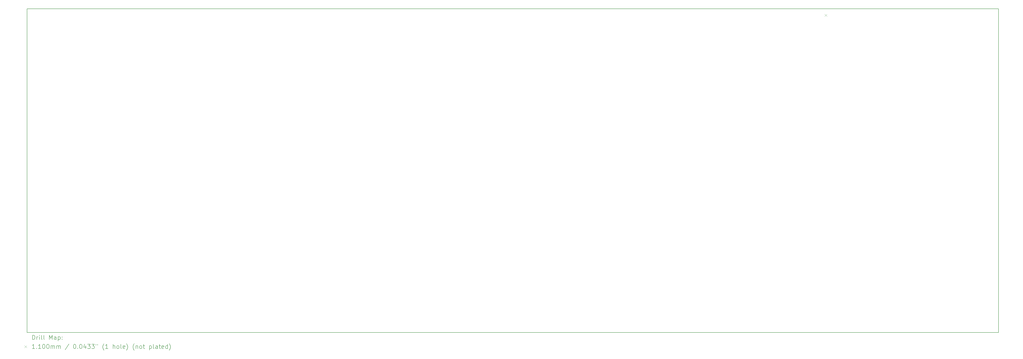
<source format=gbr>
%TF.GenerationSoftware,KiCad,Pcbnew,8.0.8-8.0.8-0~ubuntu22.04.1*%
%TF.CreationDate,2025-02-20T20:21:27-08:00*%
%TF.ProjectId,InverterBoostConverter,496e7665-7274-4657-9242-6f6f7374436f,rev?*%
%TF.SameCoordinates,Original*%
%TF.FileFunction,Drillmap*%
%TF.FilePolarity,Positive*%
%FSLAX45Y45*%
G04 Gerber Fmt 4.5, Leading zero omitted, Abs format (unit mm)*
G04 Created by KiCad (PCBNEW 8.0.8-8.0.8-0~ubuntu22.04.1) date 2025-02-20 20:21:27*
%MOMM*%
%LPD*%
G01*
G04 APERTURE LIST*
%ADD10C,0.200000*%
%ADD11C,0.110000*%
G04 APERTURE END LIST*
D10*
X0Y0D02*
X45000000Y0D01*
X45000000Y-15000000D01*
X0Y-15000000D01*
X0Y0D01*
D11*
X36949000Y-249000D02*
X37059000Y-359000D01*
X37059000Y-249000D02*
X36949000Y-359000D01*
D10*
X250777Y-15321484D02*
X250777Y-15121484D01*
X250777Y-15121484D02*
X298396Y-15121484D01*
X298396Y-15121484D02*
X326967Y-15131008D01*
X326967Y-15131008D02*
X346015Y-15150055D01*
X346015Y-15150055D02*
X355539Y-15169103D01*
X355539Y-15169103D02*
X365062Y-15207198D01*
X365062Y-15207198D02*
X365062Y-15235769D01*
X365062Y-15235769D02*
X355539Y-15273865D01*
X355539Y-15273865D02*
X346015Y-15292912D01*
X346015Y-15292912D02*
X326967Y-15311960D01*
X326967Y-15311960D02*
X298396Y-15321484D01*
X298396Y-15321484D02*
X250777Y-15321484D01*
X450777Y-15321484D02*
X450777Y-15188150D01*
X450777Y-15226246D02*
X460301Y-15207198D01*
X460301Y-15207198D02*
X469824Y-15197674D01*
X469824Y-15197674D02*
X488872Y-15188150D01*
X488872Y-15188150D02*
X507920Y-15188150D01*
X574586Y-15321484D02*
X574586Y-15188150D01*
X574586Y-15121484D02*
X565063Y-15131008D01*
X565063Y-15131008D02*
X574586Y-15140531D01*
X574586Y-15140531D02*
X584110Y-15131008D01*
X584110Y-15131008D02*
X574586Y-15121484D01*
X574586Y-15121484D02*
X574586Y-15140531D01*
X698396Y-15321484D02*
X679348Y-15311960D01*
X679348Y-15311960D02*
X669824Y-15292912D01*
X669824Y-15292912D02*
X669824Y-15121484D01*
X803158Y-15321484D02*
X784110Y-15311960D01*
X784110Y-15311960D02*
X774586Y-15292912D01*
X774586Y-15292912D02*
X774586Y-15121484D01*
X1031729Y-15321484D02*
X1031729Y-15121484D01*
X1031729Y-15121484D02*
X1098396Y-15264341D01*
X1098396Y-15264341D02*
X1165063Y-15121484D01*
X1165063Y-15121484D02*
X1165063Y-15321484D01*
X1346015Y-15321484D02*
X1346015Y-15216722D01*
X1346015Y-15216722D02*
X1336491Y-15197674D01*
X1336491Y-15197674D02*
X1317444Y-15188150D01*
X1317444Y-15188150D02*
X1279348Y-15188150D01*
X1279348Y-15188150D02*
X1260301Y-15197674D01*
X1346015Y-15311960D02*
X1326967Y-15321484D01*
X1326967Y-15321484D02*
X1279348Y-15321484D01*
X1279348Y-15321484D02*
X1260301Y-15311960D01*
X1260301Y-15311960D02*
X1250777Y-15292912D01*
X1250777Y-15292912D02*
X1250777Y-15273865D01*
X1250777Y-15273865D02*
X1260301Y-15254817D01*
X1260301Y-15254817D02*
X1279348Y-15245293D01*
X1279348Y-15245293D02*
X1326967Y-15245293D01*
X1326967Y-15245293D02*
X1346015Y-15235769D01*
X1441253Y-15188150D02*
X1441253Y-15388150D01*
X1441253Y-15197674D02*
X1460301Y-15188150D01*
X1460301Y-15188150D02*
X1498396Y-15188150D01*
X1498396Y-15188150D02*
X1517443Y-15197674D01*
X1517443Y-15197674D02*
X1526967Y-15207198D01*
X1526967Y-15207198D02*
X1536491Y-15226246D01*
X1536491Y-15226246D02*
X1536491Y-15283388D01*
X1536491Y-15283388D02*
X1526967Y-15302436D01*
X1526967Y-15302436D02*
X1517443Y-15311960D01*
X1517443Y-15311960D02*
X1498396Y-15321484D01*
X1498396Y-15321484D02*
X1460301Y-15321484D01*
X1460301Y-15321484D02*
X1441253Y-15311960D01*
X1622205Y-15302436D02*
X1631729Y-15311960D01*
X1631729Y-15311960D02*
X1622205Y-15321484D01*
X1622205Y-15321484D02*
X1612682Y-15311960D01*
X1612682Y-15311960D02*
X1622205Y-15302436D01*
X1622205Y-15302436D02*
X1622205Y-15321484D01*
X1622205Y-15197674D02*
X1631729Y-15207198D01*
X1631729Y-15207198D02*
X1622205Y-15216722D01*
X1622205Y-15216722D02*
X1612682Y-15207198D01*
X1612682Y-15207198D02*
X1622205Y-15197674D01*
X1622205Y-15197674D02*
X1622205Y-15216722D01*
D11*
X-120000Y-15595000D02*
X-10000Y-15705000D01*
X-10000Y-15595000D02*
X-120000Y-15705000D01*
D10*
X355539Y-15741484D02*
X241253Y-15741484D01*
X298396Y-15741484D02*
X298396Y-15541484D01*
X298396Y-15541484D02*
X279348Y-15570055D01*
X279348Y-15570055D02*
X260301Y-15589103D01*
X260301Y-15589103D02*
X241253Y-15598627D01*
X441253Y-15722436D02*
X450777Y-15731960D01*
X450777Y-15731960D02*
X441253Y-15741484D01*
X441253Y-15741484D02*
X431729Y-15731960D01*
X431729Y-15731960D02*
X441253Y-15722436D01*
X441253Y-15722436D02*
X441253Y-15741484D01*
X641253Y-15741484D02*
X526967Y-15741484D01*
X584110Y-15741484D02*
X584110Y-15541484D01*
X584110Y-15541484D02*
X565063Y-15570055D01*
X565063Y-15570055D02*
X546015Y-15589103D01*
X546015Y-15589103D02*
X526967Y-15598627D01*
X765062Y-15541484D02*
X784110Y-15541484D01*
X784110Y-15541484D02*
X803158Y-15551008D01*
X803158Y-15551008D02*
X812682Y-15560531D01*
X812682Y-15560531D02*
X822205Y-15579579D01*
X822205Y-15579579D02*
X831729Y-15617674D01*
X831729Y-15617674D02*
X831729Y-15665293D01*
X831729Y-15665293D02*
X822205Y-15703388D01*
X822205Y-15703388D02*
X812682Y-15722436D01*
X812682Y-15722436D02*
X803158Y-15731960D01*
X803158Y-15731960D02*
X784110Y-15741484D01*
X784110Y-15741484D02*
X765062Y-15741484D01*
X765062Y-15741484D02*
X746015Y-15731960D01*
X746015Y-15731960D02*
X736491Y-15722436D01*
X736491Y-15722436D02*
X726967Y-15703388D01*
X726967Y-15703388D02*
X717443Y-15665293D01*
X717443Y-15665293D02*
X717443Y-15617674D01*
X717443Y-15617674D02*
X726967Y-15579579D01*
X726967Y-15579579D02*
X736491Y-15560531D01*
X736491Y-15560531D02*
X746015Y-15551008D01*
X746015Y-15551008D02*
X765062Y-15541484D01*
X955539Y-15541484D02*
X974586Y-15541484D01*
X974586Y-15541484D02*
X993634Y-15551008D01*
X993634Y-15551008D02*
X1003158Y-15560531D01*
X1003158Y-15560531D02*
X1012682Y-15579579D01*
X1012682Y-15579579D02*
X1022205Y-15617674D01*
X1022205Y-15617674D02*
X1022205Y-15665293D01*
X1022205Y-15665293D02*
X1012682Y-15703388D01*
X1012682Y-15703388D02*
X1003158Y-15722436D01*
X1003158Y-15722436D02*
X993634Y-15731960D01*
X993634Y-15731960D02*
X974586Y-15741484D01*
X974586Y-15741484D02*
X955539Y-15741484D01*
X955539Y-15741484D02*
X936491Y-15731960D01*
X936491Y-15731960D02*
X926967Y-15722436D01*
X926967Y-15722436D02*
X917443Y-15703388D01*
X917443Y-15703388D02*
X907920Y-15665293D01*
X907920Y-15665293D02*
X907920Y-15617674D01*
X907920Y-15617674D02*
X917443Y-15579579D01*
X917443Y-15579579D02*
X926967Y-15560531D01*
X926967Y-15560531D02*
X936491Y-15551008D01*
X936491Y-15551008D02*
X955539Y-15541484D01*
X1107920Y-15741484D02*
X1107920Y-15608150D01*
X1107920Y-15627198D02*
X1117444Y-15617674D01*
X1117444Y-15617674D02*
X1136491Y-15608150D01*
X1136491Y-15608150D02*
X1165063Y-15608150D01*
X1165063Y-15608150D02*
X1184110Y-15617674D01*
X1184110Y-15617674D02*
X1193634Y-15636722D01*
X1193634Y-15636722D02*
X1193634Y-15741484D01*
X1193634Y-15636722D02*
X1203158Y-15617674D01*
X1203158Y-15617674D02*
X1222205Y-15608150D01*
X1222205Y-15608150D02*
X1250777Y-15608150D01*
X1250777Y-15608150D02*
X1269825Y-15617674D01*
X1269825Y-15617674D02*
X1279348Y-15636722D01*
X1279348Y-15636722D02*
X1279348Y-15741484D01*
X1374586Y-15741484D02*
X1374586Y-15608150D01*
X1374586Y-15627198D02*
X1384110Y-15617674D01*
X1384110Y-15617674D02*
X1403158Y-15608150D01*
X1403158Y-15608150D02*
X1431729Y-15608150D01*
X1431729Y-15608150D02*
X1450777Y-15617674D01*
X1450777Y-15617674D02*
X1460301Y-15636722D01*
X1460301Y-15636722D02*
X1460301Y-15741484D01*
X1460301Y-15636722D02*
X1469824Y-15617674D01*
X1469824Y-15617674D02*
X1488872Y-15608150D01*
X1488872Y-15608150D02*
X1517443Y-15608150D01*
X1517443Y-15608150D02*
X1536491Y-15617674D01*
X1536491Y-15617674D02*
X1546015Y-15636722D01*
X1546015Y-15636722D02*
X1546015Y-15741484D01*
X1936491Y-15531960D02*
X1765063Y-15789103D01*
X2193634Y-15541484D02*
X2212682Y-15541484D01*
X2212682Y-15541484D02*
X2231729Y-15551008D01*
X2231729Y-15551008D02*
X2241253Y-15560531D01*
X2241253Y-15560531D02*
X2250777Y-15579579D01*
X2250777Y-15579579D02*
X2260301Y-15617674D01*
X2260301Y-15617674D02*
X2260301Y-15665293D01*
X2260301Y-15665293D02*
X2250777Y-15703388D01*
X2250777Y-15703388D02*
X2241253Y-15722436D01*
X2241253Y-15722436D02*
X2231729Y-15731960D01*
X2231729Y-15731960D02*
X2212682Y-15741484D01*
X2212682Y-15741484D02*
X2193634Y-15741484D01*
X2193634Y-15741484D02*
X2174587Y-15731960D01*
X2174587Y-15731960D02*
X2165063Y-15722436D01*
X2165063Y-15722436D02*
X2155539Y-15703388D01*
X2155539Y-15703388D02*
X2146015Y-15665293D01*
X2146015Y-15665293D02*
X2146015Y-15617674D01*
X2146015Y-15617674D02*
X2155539Y-15579579D01*
X2155539Y-15579579D02*
X2165063Y-15560531D01*
X2165063Y-15560531D02*
X2174587Y-15551008D01*
X2174587Y-15551008D02*
X2193634Y-15541484D01*
X2346015Y-15722436D02*
X2355539Y-15731960D01*
X2355539Y-15731960D02*
X2346015Y-15741484D01*
X2346015Y-15741484D02*
X2336491Y-15731960D01*
X2336491Y-15731960D02*
X2346015Y-15722436D01*
X2346015Y-15722436D02*
X2346015Y-15741484D01*
X2479348Y-15541484D02*
X2498396Y-15541484D01*
X2498396Y-15541484D02*
X2517444Y-15551008D01*
X2517444Y-15551008D02*
X2526968Y-15560531D01*
X2526968Y-15560531D02*
X2536491Y-15579579D01*
X2536491Y-15579579D02*
X2546015Y-15617674D01*
X2546015Y-15617674D02*
X2546015Y-15665293D01*
X2546015Y-15665293D02*
X2536491Y-15703388D01*
X2536491Y-15703388D02*
X2526968Y-15722436D01*
X2526968Y-15722436D02*
X2517444Y-15731960D01*
X2517444Y-15731960D02*
X2498396Y-15741484D01*
X2498396Y-15741484D02*
X2479348Y-15741484D01*
X2479348Y-15741484D02*
X2460301Y-15731960D01*
X2460301Y-15731960D02*
X2450777Y-15722436D01*
X2450777Y-15722436D02*
X2441253Y-15703388D01*
X2441253Y-15703388D02*
X2431729Y-15665293D01*
X2431729Y-15665293D02*
X2431729Y-15617674D01*
X2431729Y-15617674D02*
X2441253Y-15579579D01*
X2441253Y-15579579D02*
X2450777Y-15560531D01*
X2450777Y-15560531D02*
X2460301Y-15551008D01*
X2460301Y-15551008D02*
X2479348Y-15541484D01*
X2717444Y-15608150D02*
X2717444Y-15741484D01*
X2669825Y-15531960D02*
X2622206Y-15674817D01*
X2622206Y-15674817D02*
X2746015Y-15674817D01*
X2803158Y-15541484D02*
X2926967Y-15541484D01*
X2926967Y-15541484D02*
X2860301Y-15617674D01*
X2860301Y-15617674D02*
X2888872Y-15617674D01*
X2888872Y-15617674D02*
X2907920Y-15627198D01*
X2907920Y-15627198D02*
X2917444Y-15636722D01*
X2917444Y-15636722D02*
X2926967Y-15655769D01*
X2926967Y-15655769D02*
X2926967Y-15703388D01*
X2926967Y-15703388D02*
X2917444Y-15722436D01*
X2917444Y-15722436D02*
X2907920Y-15731960D01*
X2907920Y-15731960D02*
X2888872Y-15741484D01*
X2888872Y-15741484D02*
X2831729Y-15741484D01*
X2831729Y-15741484D02*
X2812682Y-15731960D01*
X2812682Y-15731960D02*
X2803158Y-15722436D01*
X2993634Y-15541484D02*
X3117444Y-15541484D01*
X3117444Y-15541484D02*
X3050777Y-15617674D01*
X3050777Y-15617674D02*
X3079348Y-15617674D01*
X3079348Y-15617674D02*
X3098396Y-15627198D01*
X3098396Y-15627198D02*
X3107920Y-15636722D01*
X3107920Y-15636722D02*
X3117444Y-15655769D01*
X3117444Y-15655769D02*
X3117444Y-15703388D01*
X3117444Y-15703388D02*
X3107920Y-15722436D01*
X3107920Y-15722436D02*
X3098396Y-15731960D01*
X3098396Y-15731960D02*
X3079348Y-15741484D01*
X3079348Y-15741484D02*
X3022206Y-15741484D01*
X3022206Y-15741484D02*
X3003158Y-15731960D01*
X3003158Y-15731960D02*
X2993634Y-15722436D01*
X3193634Y-15541484D02*
X3193634Y-15579579D01*
X3269825Y-15541484D02*
X3269825Y-15579579D01*
X3565063Y-15817674D02*
X3555539Y-15808150D01*
X3555539Y-15808150D02*
X3536491Y-15779579D01*
X3536491Y-15779579D02*
X3526968Y-15760531D01*
X3526968Y-15760531D02*
X3517444Y-15731960D01*
X3517444Y-15731960D02*
X3507920Y-15684341D01*
X3507920Y-15684341D02*
X3507920Y-15646246D01*
X3507920Y-15646246D02*
X3517444Y-15598627D01*
X3517444Y-15598627D02*
X3526968Y-15570055D01*
X3526968Y-15570055D02*
X3536491Y-15551008D01*
X3536491Y-15551008D02*
X3555539Y-15522436D01*
X3555539Y-15522436D02*
X3565063Y-15512912D01*
X3746015Y-15741484D02*
X3631729Y-15741484D01*
X3688872Y-15741484D02*
X3688872Y-15541484D01*
X3688872Y-15541484D02*
X3669825Y-15570055D01*
X3669825Y-15570055D02*
X3650777Y-15589103D01*
X3650777Y-15589103D02*
X3631729Y-15598627D01*
X3984110Y-15741484D02*
X3984110Y-15541484D01*
X4069825Y-15741484D02*
X4069825Y-15636722D01*
X4069825Y-15636722D02*
X4060301Y-15617674D01*
X4060301Y-15617674D02*
X4041253Y-15608150D01*
X4041253Y-15608150D02*
X4012682Y-15608150D01*
X4012682Y-15608150D02*
X3993634Y-15617674D01*
X3993634Y-15617674D02*
X3984110Y-15627198D01*
X4193634Y-15741484D02*
X4174587Y-15731960D01*
X4174587Y-15731960D02*
X4165063Y-15722436D01*
X4165063Y-15722436D02*
X4155539Y-15703388D01*
X4155539Y-15703388D02*
X4155539Y-15646246D01*
X4155539Y-15646246D02*
X4165063Y-15627198D01*
X4165063Y-15627198D02*
X4174587Y-15617674D01*
X4174587Y-15617674D02*
X4193634Y-15608150D01*
X4193634Y-15608150D02*
X4222206Y-15608150D01*
X4222206Y-15608150D02*
X4241253Y-15617674D01*
X4241253Y-15617674D02*
X4250777Y-15627198D01*
X4250777Y-15627198D02*
X4260301Y-15646246D01*
X4260301Y-15646246D02*
X4260301Y-15703388D01*
X4260301Y-15703388D02*
X4250777Y-15722436D01*
X4250777Y-15722436D02*
X4241253Y-15731960D01*
X4241253Y-15731960D02*
X4222206Y-15741484D01*
X4222206Y-15741484D02*
X4193634Y-15741484D01*
X4374587Y-15741484D02*
X4355539Y-15731960D01*
X4355539Y-15731960D02*
X4346015Y-15712912D01*
X4346015Y-15712912D02*
X4346015Y-15541484D01*
X4526968Y-15731960D02*
X4507920Y-15741484D01*
X4507920Y-15741484D02*
X4469825Y-15741484D01*
X4469825Y-15741484D02*
X4450777Y-15731960D01*
X4450777Y-15731960D02*
X4441253Y-15712912D01*
X4441253Y-15712912D02*
X4441253Y-15636722D01*
X4441253Y-15636722D02*
X4450777Y-15617674D01*
X4450777Y-15617674D02*
X4469825Y-15608150D01*
X4469825Y-15608150D02*
X4507920Y-15608150D01*
X4507920Y-15608150D02*
X4526968Y-15617674D01*
X4526968Y-15617674D02*
X4536492Y-15636722D01*
X4536492Y-15636722D02*
X4536492Y-15655769D01*
X4536492Y-15655769D02*
X4441253Y-15674817D01*
X4603158Y-15817674D02*
X4612682Y-15808150D01*
X4612682Y-15808150D02*
X4631730Y-15779579D01*
X4631730Y-15779579D02*
X4641253Y-15760531D01*
X4641253Y-15760531D02*
X4650777Y-15731960D01*
X4650777Y-15731960D02*
X4660301Y-15684341D01*
X4660301Y-15684341D02*
X4660301Y-15646246D01*
X4660301Y-15646246D02*
X4650777Y-15598627D01*
X4650777Y-15598627D02*
X4641253Y-15570055D01*
X4641253Y-15570055D02*
X4631730Y-15551008D01*
X4631730Y-15551008D02*
X4612682Y-15522436D01*
X4612682Y-15522436D02*
X4603158Y-15512912D01*
X4965063Y-15817674D02*
X4955539Y-15808150D01*
X4955539Y-15808150D02*
X4936492Y-15779579D01*
X4936492Y-15779579D02*
X4926968Y-15760531D01*
X4926968Y-15760531D02*
X4917444Y-15731960D01*
X4917444Y-15731960D02*
X4907920Y-15684341D01*
X4907920Y-15684341D02*
X4907920Y-15646246D01*
X4907920Y-15646246D02*
X4917444Y-15598627D01*
X4917444Y-15598627D02*
X4926968Y-15570055D01*
X4926968Y-15570055D02*
X4936492Y-15551008D01*
X4936492Y-15551008D02*
X4955539Y-15522436D01*
X4955539Y-15522436D02*
X4965063Y-15512912D01*
X5041253Y-15608150D02*
X5041253Y-15741484D01*
X5041253Y-15627198D02*
X5050777Y-15617674D01*
X5050777Y-15617674D02*
X5069825Y-15608150D01*
X5069825Y-15608150D02*
X5098396Y-15608150D01*
X5098396Y-15608150D02*
X5117444Y-15617674D01*
X5117444Y-15617674D02*
X5126968Y-15636722D01*
X5126968Y-15636722D02*
X5126968Y-15741484D01*
X5250777Y-15741484D02*
X5231730Y-15731960D01*
X5231730Y-15731960D02*
X5222206Y-15722436D01*
X5222206Y-15722436D02*
X5212682Y-15703388D01*
X5212682Y-15703388D02*
X5212682Y-15646246D01*
X5212682Y-15646246D02*
X5222206Y-15627198D01*
X5222206Y-15627198D02*
X5231730Y-15617674D01*
X5231730Y-15617674D02*
X5250777Y-15608150D01*
X5250777Y-15608150D02*
X5279349Y-15608150D01*
X5279349Y-15608150D02*
X5298396Y-15617674D01*
X5298396Y-15617674D02*
X5307920Y-15627198D01*
X5307920Y-15627198D02*
X5317444Y-15646246D01*
X5317444Y-15646246D02*
X5317444Y-15703388D01*
X5317444Y-15703388D02*
X5307920Y-15722436D01*
X5307920Y-15722436D02*
X5298396Y-15731960D01*
X5298396Y-15731960D02*
X5279349Y-15741484D01*
X5279349Y-15741484D02*
X5250777Y-15741484D01*
X5374587Y-15608150D02*
X5450777Y-15608150D01*
X5403158Y-15541484D02*
X5403158Y-15712912D01*
X5403158Y-15712912D02*
X5412682Y-15731960D01*
X5412682Y-15731960D02*
X5431730Y-15741484D01*
X5431730Y-15741484D02*
X5450777Y-15741484D01*
X5669825Y-15608150D02*
X5669825Y-15808150D01*
X5669825Y-15617674D02*
X5688872Y-15608150D01*
X5688872Y-15608150D02*
X5726968Y-15608150D01*
X5726968Y-15608150D02*
X5746015Y-15617674D01*
X5746015Y-15617674D02*
X5755539Y-15627198D01*
X5755539Y-15627198D02*
X5765063Y-15646246D01*
X5765063Y-15646246D02*
X5765063Y-15703388D01*
X5765063Y-15703388D02*
X5755539Y-15722436D01*
X5755539Y-15722436D02*
X5746015Y-15731960D01*
X5746015Y-15731960D02*
X5726968Y-15741484D01*
X5726968Y-15741484D02*
X5688872Y-15741484D01*
X5688872Y-15741484D02*
X5669825Y-15731960D01*
X5879349Y-15741484D02*
X5860301Y-15731960D01*
X5860301Y-15731960D02*
X5850777Y-15712912D01*
X5850777Y-15712912D02*
X5850777Y-15541484D01*
X6041253Y-15741484D02*
X6041253Y-15636722D01*
X6041253Y-15636722D02*
X6031730Y-15617674D01*
X6031730Y-15617674D02*
X6012682Y-15608150D01*
X6012682Y-15608150D02*
X5974587Y-15608150D01*
X5974587Y-15608150D02*
X5955539Y-15617674D01*
X6041253Y-15731960D02*
X6022206Y-15741484D01*
X6022206Y-15741484D02*
X5974587Y-15741484D01*
X5974587Y-15741484D02*
X5955539Y-15731960D01*
X5955539Y-15731960D02*
X5946015Y-15712912D01*
X5946015Y-15712912D02*
X5946015Y-15693865D01*
X5946015Y-15693865D02*
X5955539Y-15674817D01*
X5955539Y-15674817D02*
X5974587Y-15665293D01*
X5974587Y-15665293D02*
X6022206Y-15665293D01*
X6022206Y-15665293D02*
X6041253Y-15655769D01*
X6107920Y-15608150D02*
X6184111Y-15608150D01*
X6136492Y-15541484D02*
X6136492Y-15712912D01*
X6136492Y-15712912D02*
X6146015Y-15731960D01*
X6146015Y-15731960D02*
X6165063Y-15741484D01*
X6165063Y-15741484D02*
X6184111Y-15741484D01*
X6326968Y-15731960D02*
X6307920Y-15741484D01*
X6307920Y-15741484D02*
X6269825Y-15741484D01*
X6269825Y-15741484D02*
X6250777Y-15731960D01*
X6250777Y-15731960D02*
X6241253Y-15712912D01*
X6241253Y-15712912D02*
X6241253Y-15636722D01*
X6241253Y-15636722D02*
X6250777Y-15617674D01*
X6250777Y-15617674D02*
X6269825Y-15608150D01*
X6269825Y-15608150D02*
X6307920Y-15608150D01*
X6307920Y-15608150D02*
X6326968Y-15617674D01*
X6326968Y-15617674D02*
X6336492Y-15636722D01*
X6336492Y-15636722D02*
X6336492Y-15655769D01*
X6336492Y-15655769D02*
X6241253Y-15674817D01*
X6507920Y-15741484D02*
X6507920Y-15541484D01*
X6507920Y-15731960D02*
X6488873Y-15741484D01*
X6488873Y-15741484D02*
X6450777Y-15741484D01*
X6450777Y-15741484D02*
X6431730Y-15731960D01*
X6431730Y-15731960D02*
X6422206Y-15722436D01*
X6422206Y-15722436D02*
X6412682Y-15703388D01*
X6412682Y-15703388D02*
X6412682Y-15646246D01*
X6412682Y-15646246D02*
X6422206Y-15627198D01*
X6422206Y-15627198D02*
X6431730Y-15617674D01*
X6431730Y-15617674D02*
X6450777Y-15608150D01*
X6450777Y-15608150D02*
X6488873Y-15608150D01*
X6488873Y-15608150D02*
X6507920Y-15617674D01*
X6584111Y-15817674D02*
X6593634Y-15808150D01*
X6593634Y-15808150D02*
X6612682Y-15779579D01*
X6612682Y-15779579D02*
X6622206Y-15760531D01*
X6622206Y-15760531D02*
X6631730Y-15731960D01*
X6631730Y-15731960D02*
X6641253Y-15684341D01*
X6641253Y-15684341D02*
X6641253Y-15646246D01*
X6641253Y-15646246D02*
X6631730Y-15598627D01*
X6631730Y-15598627D02*
X6622206Y-15570055D01*
X6622206Y-15570055D02*
X6612682Y-15551008D01*
X6612682Y-15551008D02*
X6593634Y-15522436D01*
X6593634Y-15522436D02*
X6584111Y-15512912D01*
M02*

</source>
